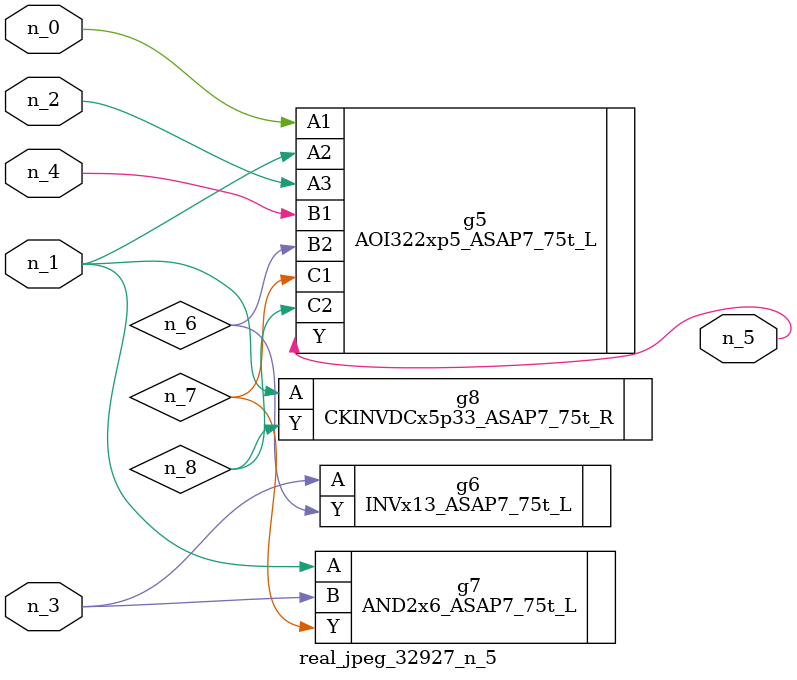
<source format=v>
module real_jpeg_32927_n_5 (n_4, n_0, n_1, n_2, n_3, n_5);

input n_4;
input n_0;
input n_1;
input n_2;
input n_3;

output n_5;

wire n_8;
wire n_6;
wire n_7;

AOI322xp5_ASAP7_75t_L g5 ( 
.A1(n_0),
.A2(n_1),
.A3(n_2),
.B1(n_4),
.B2(n_6),
.C1(n_7),
.C2(n_8),
.Y(n_5)
);

AND2x6_ASAP7_75t_L g7 ( 
.A(n_1),
.B(n_3),
.Y(n_7)
);

CKINVDCx5p33_ASAP7_75t_R g8 ( 
.A(n_1),
.Y(n_8)
);

INVx13_ASAP7_75t_L g6 ( 
.A(n_3),
.Y(n_6)
);


endmodule
</source>
